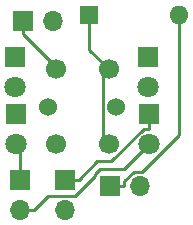
<source format=gbr>
G04 #@! TF.GenerationSoftware,KiCad,Pcbnew,(5.1.5-0-10_14)*
G04 #@! TF.CreationDate,2020-06-21T14:07:39+10:00*
G04 #@! TF.ProjectId,sq_indicator,73715f69-6e64-4696-9361-746f722e6b69,rev?*
G04 #@! TF.SameCoordinates,Original*
G04 #@! TF.FileFunction,Copper,L1,Top*
G04 #@! TF.FilePolarity,Positive*
%FSLAX46Y46*%
G04 Gerber Fmt 4.6, Leading zero omitted, Abs format (unit mm)*
G04 Created by KiCad (PCBNEW (5.1.5-0-10_14)) date 2020-06-21 14:07:39*
%MOMM*%
%LPD*%
G04 APERTURE LIST*
%ADD10O,1.600000X1.600000*%
%ADD11R,1.600000X1.600000*%
%ADD12C,1.524000*%
%ADD13C,1.700000*%
%ADD14O,1.700000X1.700000*%
%ADD15R,1.700000X1.700000*%
%ADD16C,1.800000*%
%ADD17R,1.800000X1.800000*%
%ADD18C,0.250000*%
G04 APERTURE END LIST*
D10*
X175836000Y-84587000D03*
D11*
X168216000Y-84587000D03*
D12*
X164700000Y-92418500D03*
X170491000Y-92378500D03*
D13*
X165411000Y-95553500D03*
X165411000Y-89203500D03*
X169856000Y-95553500D03*
X169856000Y-89203500D03*
D14*
X165168000Y-85095000D03*
D15*
X162628000Y-85095000D03*
D14*
X172534000Y-99065000D03*
D15*
X169994000Y-99065000D03*
D14*
X166184000Y-101097000D03*
D15*
X166184000Y-98557000D03*
D14*
X162374000Y-101097000D03*
D15*
X162374000Y-98557000D03*
D16*
X173276000Y-95575000D03*
D17*
X173276000Y-93035000D03*
D16*
X161996000Y-95575000D03*
D17*
X161996000Y-93035000D03*
D16*
X173186000Y-90695000D03*
D17*
X173186000Y-88155000D03*
D16*
X161946000Y-90695000D03*
D17*
X161946000Y-88155000D03*
D18*
X173276000Y-94260300D02*
X172842200Y-94260300D01*
X172842200Y-94260300D02*
X170084300Y-97018200D01*
X170084300Y-97018200D02*
X168898100Y-97018200D01*
X168898100Y-97018200D02*
X167359300Y-98557000D01*
X166184000Y-98557000D02*
X167359300Y-98557000D01*
X173276000Y-93035000D02*
X173276000Y-94260300D01*
X161996000Y-95575000D02*
X162374000Y-95953000D01*
X162374000Y-95953000D02*
X162374000Y-98557000D01*
X162374000Y-101097000D02*
X163549300Y-101097000D01*
X173276000Y-95575000D02*
X171157400Y-97693600D01*
X171157400Y-97693600D02*
X169151800Y-97693600D01*
X169151800Y-97693600D02*
X168724000Y-98121400D01*
X168724000Y-98121400D02*
X168724000Y-98228100D01*
X168724000Y-98228100D02*
X167030400Y-99921700D01*
X167030400Y-99921700D02*
X164724600Y-99921700D01*
X164724600Y-99921700D02*
X163549300Y-101097000D01*
X162628000Y-85095000D02*
X162628000Y-86270300D01*
X162628000Y-86270300D02*
X165411000Y-89053300D01*
X165411000Y-89053300D02*
X165411000Y-89203500D01*
X169994000Y-99065000D02*
X171169300Y-99065000D01*
X171169300Y-99065000D02*
X171169300Y-98697600D01*
X171169300Y-98697600D02*
X171977200Y-97889700D01*
X171977200Y-97889700D02*
X172702200Y-97889700D01*
X172702200Y-97889700D02*
X175836000Y-94755900D01*
X175836000Y-94755900D02*
X175836000Y-84587000D01*
X169856000Y-89203500D02*
X168216000Y-87563500D01*
X168216000Y-87563500D02*
X168216000Y-84587000D01*
X169856000Y-89203500D02*
X169397200Y-89662300D01*
X169397200Y-89662300D02*
X169397200Y-95094700D01*
X169397200Y-95094700D02*
X169856000Y-95553500D01*
M02*

</source>
